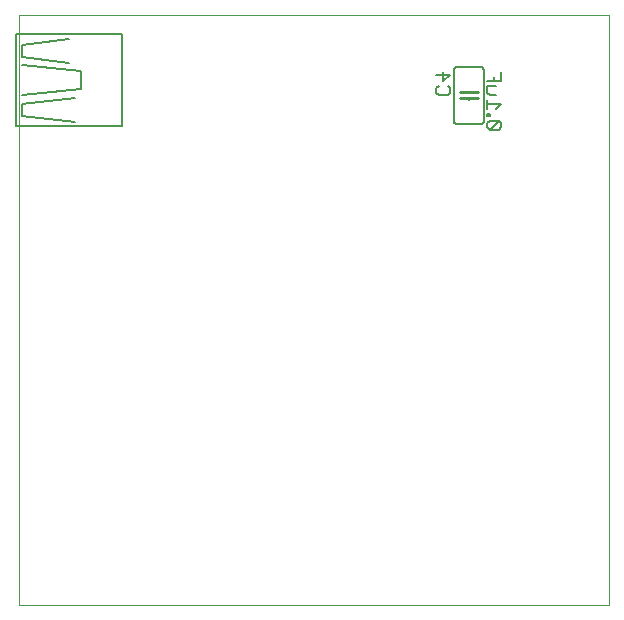
<source format=gbo>
G75*
%MOIN*%
%OFA0B0*%
%FSLAX25Y25*%
%IPPOS*%
%LPD*%
%AMOC8*
5,1,8,0,0,1.08239X$1,22.5*
%
%ADD10C,0.00000*%
%ADD11C,0.00600*%
%ADD12C,0.01000*%
%ADD13C,0.00500*%
D10*
X0005060Y0001800D02*
X0005060Y0198650D01*
X0201910Y0198650D01*
X0201910Y0001800D01*
X0005060Y0001800D01*
D11*
X0151060Y0162300D02*
X0159060Y0162300D01*
X0159120Y0162302D01*
X0159181Y0162307D01*
X0159240Y0162316D01*
X0159299Y0162329D01*
X0159358Y0162345D01*
X0159415Y0162365D01*
X0159470Y0162388D01*
X0159525Y0162415D01*
X0159577Y0162444D01*
X0159628Y0162477D01*
X0159677Y0162513D01*
X0159723Y0162551D01*
X0159767Y0162593D01*
X0159809Y0162637D01*
X0159847Y0162683D01*
X0159883Y0162732D01*
X0159916Y0162783D01*
X0159945Y0162835D01*
X0159972Y0162890D01*
X0159995Y0162945D01*
X0160015Y0163002D01*
X0160031Y0163061D01*
X0160044Y0163120D01*
X0160053Y0163179D01*
X0160058Y0163240D01*
X0160060Y0163300D01*
X0160060Y0180300D01*
X0160058Y0180360D01*
X0160053Y0180421D01*
X0160044Y0180480D01*
X0160031Y0180539D01*
X0160015Y0180598D01*
X0159995Y0180655D01*
X0159972Y0180710D01*
X0159945Y0180765D01*
X0159916Y0180817D01*
X0159883Y0180868D01*
X0159847Y0180917D01*
X0159809Y0180963D01*
X0159767Y0181007D01*
X0159723Y0181049D01*
X0159677Y0181087D01*
X0159628Y0181123D01*
X0159577Y0181156D01*
X0159525Y0181185D01*
X0159470Y0181212D01*
X0159415Y0181235D01*
X0159358Y0181255D01*
X0159299Y0181271D01*
X0159240Y0181284D01*
X0159181Y0181293D01*
X0159120Y0181298D01*
X0159060Y0181300D01*
X0151060Y0181300D01*
X0151000Y0181298D01*
X0150939Y0181293D01*
X0150880Y0181284D01*
X0150821Y0181271D01*
X0150762Y0181255D01*
X0150705Y0181235D01*
X0150650Y0181212D01*
X0150595Y0181185D01*
X0150543Y0181156D01*
X0150492Y0181123D01*
X0150443Y0181087D01*
X0150397Y0181049D01*
X0150353Y0181007D01*
X0150311Y0180963D01*
X0150273Y0180917D01*
X0150237Y0180868D01*
X0150204Y0180817D01*
X0150175Y0180765D01*
X0150148Y0180710D01*
X0150125Y0180655D01*
X0150105Y0180598D01*
X0150089Y0180539D01*
X0150076Y0180480D01*
X0150067Y0180421D01*
X0150062Y0180360D01*
X0150060Y0180300D01*
X0150060Y0163300D01*
X0150062Y0163240D01*
X0150067Y0163179D01*
X0150076Y0163120D01*
X0150089Y0163061D01*
X0150105Y0163002D01*
X0150125Y0162945D01*
X0150148Y0162890D01*
X0150175Y0162835D01*
X0150204Y0162783D01*
X0150237Y0162732D01*
X0150273Y0162683D01*
X0150311Y0162637D01*
X0150353Y0162593D01*
X0150397Y0162551D01*
X0150443Y0162513D01*
X0150492Y0162477D01*
X0150543Y0162444D01*
X0150595Y0162415D01*
X0150650Y0162388D01*
X0150705Y0162365D01*
X0150762Y0162345D01*
X0150821Y0162329D01*
X0150880Y0162316D01*
X0150939Y0162307D01*
X0151000Y0162302D01*
X0151060Y0162300D01*
X0155060Y0170300D02*
X0155060Y0170800D01*
X0155060Y0172800D02*
X0155060Y0173300D01*
D12*
X0155060Y0172800D02*
X0158060Y0172800D01*
X0158060Y0170800D02*
X0155060Y0170800D01*
X0152060Y0170800D01*
X0152060Y0172800D02*
X0155060Y0172800D01*
D13*
X0148814Y0172593D02*
X0148063Y0171842D01*
X0145061Y0171842D01*
X0144310Y0172593D01*
X0144310Y0174094D01*
X0145061Y0174845D01*
X0146562Y0176446D02*
X0146562Y0179449D01*
X0148814Y0178698D02*
X0146562Y0176446D01*
X0148063Y0174845D02*
X0148814Y0174094D01*
X0148814Y0172593D01*
X0148814Y0178698D02*
X0144310Y0178698D01*
X0161310Y0176446D02*
X0165814Y0176446D01*
X0165814Y0179449D01*
X0163562Y0177947D02*
X0163562Y0176446D01*
X0164313Y0174845D02*
X0161310Y0174845D01*
X0161310Y0172593D01*
X0162061Y0171842D01*
X0164313Y0171842D01*
X0161310Y0170241D02*
X0161310Y0167238D01*
X0161310Y0168739D02*
X0165814Y0168739D01*
X0164313Y0167238D01*
X0162061Y0165687D02*
X0162061Y0164936D01*
X0161310Y0164936D01*
X0161310Y0165687D01*
X0162061Y0165687D01*
X0162061Y0163335D02*
X0161310Y0162584D01*
X0161310Y0161083D01*
X0162061Y0160332D01*
X0165063Y0163335D01*
X0162061Y0163335D01*
X0162061Y0160332D02*
X0165063Y0160332D01*
X0165814Y0161083D01*
X0165814Y0162584D01*
X0165063Y0163335D01*
X0039479Y0161446D02*
X0004046Y0161446D01*
X0004046Y0192154D01*
X0039479Y0192154D01*
X0039479Y0161446D01*
X0025700Y0173847D02*
X0006015Y0171879D01*
X0006015Y0168926D02*
X0023731Y0170894D01*
X0025700Y0173847D02*
X0025700Y0179753D01*
X0006015Y0181721D01*
X0006015Y0184674D02*
X0021763Y0182706D01*
X0021763Y0190580D02*
X0006015Y0188611D01*
X0006015Y0184674D01*
X0006015Y0168926D02*
X0006015Y0164989D01*
X0023731Y0163020D01*
M02*

</source>
